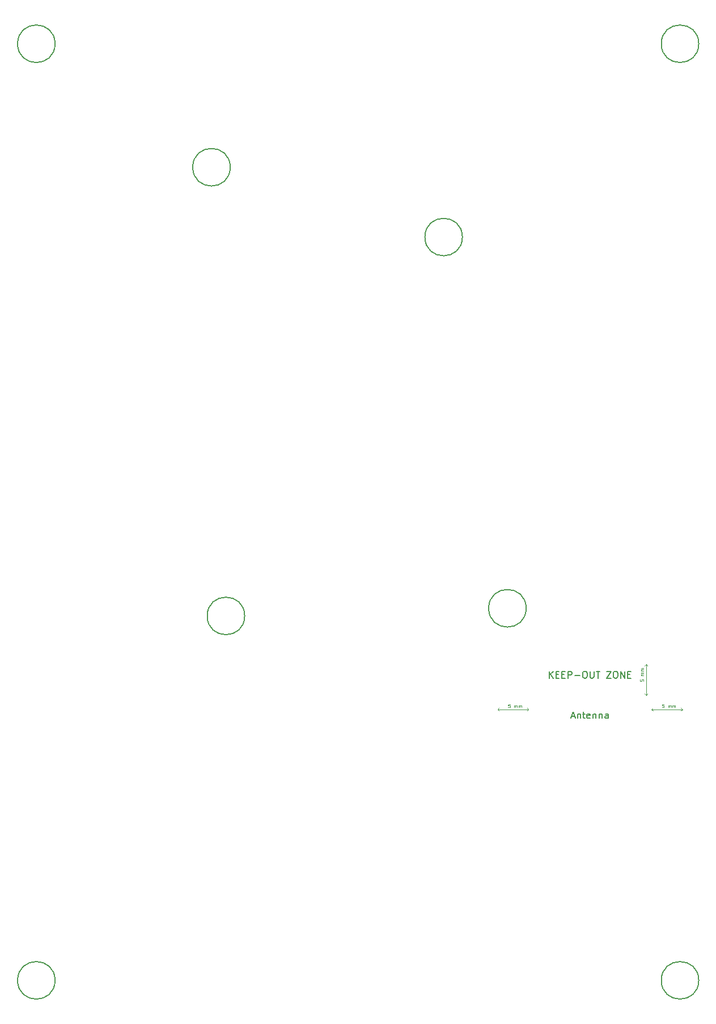
<source format=gbr>
%TF.GenerationSoftware,KiCad,Pcbnew,(6.0.5)*%
%TF.CreationDate,2022-06-13T13:10:07+01:00*%
%TF.ProjectId,heating-controller-esp32,68656174-696e-4672-9d63-6f6e74726f6c,rev?*%
%TF.SameCoordinates,Original*%
%TF.FileFunction,Other,Comment*%
%FSLAX46Y46*%
G04 Gerber Fmt 4.6, Leading zero omitted, Abs format (unit mm)*
G04 Created by KiCad (PCBNEW (6.0.5)) date 2022-06-13 13:10:07*
%MOMM*%
%LPD*%
G01*
G04 APERTURE LIST*
%ADD10C,0.100000*%
%ADD11C,0.150000*%
G04 APERTURE END LIST*
D10*
%TO.C,U1*%
X107200904Y-130258190D02*
X106962809Y-130258190D01*
X106939000Y-130496285D01*
X106962809Y-130472476D01*
X107010428Y-130448666D01*
X107129476Y-130448666D01*
X107177095Y-130472476D01*
X107200904Y-130496285D01*
X107224714Y-130543904D01*
X107224714Y-130662952D01*
X107200904Y-130710571D01*
X107177095Y-130734380D01*
X107129476Y-130758190D01*
X107010428Y-130758190D01*
X106962809Y-130734380D01*
X106939000Y-130710571D01*
X107819952Y-130758190D02*
X107819952Y-130424857D01*
X107819952Y-130472476D02*
X107843761Y-130448666D01*
X107891380Y-130424857D01*
X107962809Y-130424857D01*
X108010428Y-130448666D01*
X108034238Y-130496285D01*
X108034238Y-130758190D01*
X108034238Y-130496285D02*
X108058047Y-130448666D01*
X108105666Y-130424857D01*
X108177095Y-130424857D01*
X108224714Y-130448666D01*
X108248523Y-130496285D01*
X108248523Y-130758190D01*
X108486619Y-130758190D02*
X108486619Y-130424857D01*
X108486619Y-130472476D02*
X108510428Y-130448666D01*
X108558047Y-130424857D01*
X108629476Y-130424857D01*
X108677095Y-130448666D01*
X108700904Y-130496285D01*
X108700904Y-130758190D01*
X108700904Y-130496285D02*
X108724714Y-130448666D01*
X108772333Y-130424857D01*
X108843761Y-130424857D01*
X108891380Y-130448666D01*
X108915190Y-130496285D01*
X108915190Y-130758190D01*
X103665190Y-126570095D02*
X103665190Y-126808190D01*
X103903285Y-126832000D01*
X103879476Y-126808190D01*
X103855666Y-126760571D01*
X103855666Y-126641523D01*
X103879476Y-126593904D01*
X103903285Y-126570095D01*
X103950904Y-126546285D01*
X104069952Y-126546285D01*
X104117571Y-126570095D01*
X104141380Y-126593904D01*
X104165190Y-126641523D01*
X104165190Y-126760571D01*
X104141380Y-126808190D01*
X104117571Y-126832000D01*
X104165190Y-125951047D02*
X103831857Y-125951047D01*
X103879476Y-125951047D02*
X103855666Y-125927238D01*
X103831857Y-125879619D01*
X103831857Y-125808190D01*
X103855666Y-125760571D01*
X103903285Y-125736761D01*
X104165190Y-125736761D01*
X103903285Y-125736761D02*
X103855666Y-125712952D01*
X103831857Y-125665333D01*
X103831857Y-125593904D01*
X103855666Y-125546285D01*
X103903285Y-125522476D01*
X104165190Y-125522476D01*
X104165190Y-125284380D02*
X103831857Y-125284380D01*
X103879476Y-125284380D02*
X103855666Y-125260571D01*
X103831857Y-125212952D01*
X103831857Y-125141523D01*
X103855666Y-125093904D01*
X103903285Y-125070095D01*
X104165190Y-125070095D01*
X103903285Y-125070095D02*
X103855666Y-125046285D01*
X103831857Y-124998666D01*
X103831857Y-124927238D01*
X103855666Y-124879619D01*
X103903285Y-124855809D01*
X104165190Y-124855809D01*
D11*
X90067571Y-126359380D02*
X90067571Y-125359380D01*
X90639000Y-126359380D02*
X90210428Y-125787952D01*
X90639000Y-125359380D02*
X90067571Y-125930809D01*
X91067571Y-125835571D02*
X91400904Y-125835571D01*
X91543761Y-126359380D02*
X91067571Y-126359380D01*
X91067571Y-125359380D01*
X91543761Y-125359380D01*
X91972333Y-125835571D02*
X92305666Y-125835571D01*
X92448523Y-126359380D02*
X91972333Y-126359380D01*
X91972333Y-125359380D01*
X92448523Y-125359380D01*
X92877095Y-126359380D02*
X92877095Y-125359380D01*
X93258047Y-125359380D01*
X93353285Y-125407000D01*
X93400904Y-125454619D01*
X93448523Y-125549857D01*
X93448523Y-125692714D01*
X93400904Y-125787952D01*
X93353285Y-125835571D01*
X93258047Y-125883190D01*
X92877095Y-125883190D01*
X93877095Y-125978428D02*
X94639000Y-125978428D01*
X95305666Y-125359380D02*
X95496142Y-125359380D01*
X95591380Y-125407000D01*
X95686619Y-125502238D01*
X95734238Y-125692714D01*
X95734238Y-126026047D01*
X95686619Y-126216523D01*
X95591380Y-126311761D01*
X95496142Y-126359380D01*
X95305666Y-126359380D01*
X95210428Y-126311761D01*
X95115190Y-126216523D01*
X95067571Y-126026047D01*
X95067571Y-125692714D01*
X95115190Y-125502238D01*
X95210428Y-125407000D01*
X95305666Y-125359380D01*
X96162809Y-125359380D02*
X96162809Y-126168904D01*
X96210428Y-126264142D01*
X96258047Y-126311761D01*
X96353285Y-126359380D01*
X96543761Y-126359380D01*
X96639000Y-126311761D01*
X96686619Y-126264142D01*
X96734238Y-126168904D01*
X96734238Y-125359380D01*
X97067571Y-125359380D02*
X97639000Y-125359380D01*
X97353285Y-126359380D02*
X97353285Y-125359380D01*
X98639000Y-125359380D02*
X99305666Y-125359380D01*
X98639000Y-126359380D01*
X99305666Y-126359380D01*
X99877095Y-125359380D02*
X100067571Y-125359380D01*
X100162809Y-125407000D01*
X100258047Y-125502238D01*
X100305666Y-125692714D01*
X100305666Y-126026047D01*
X100258047Y-126216523D01*
X100162809Y-126311761D01*
X100067571Y-126359380D01*
X99877095Y-126359380D01*
X99781857Y-126311761D01*
X99686619Y-126216523D01*
X99639000Y-126026047D01*
X99639000Y-125692714D01*
X99686619Y-125502238D01*
X99781857Y-125407000D01*
X99877095Y-125359380D01*
X100734238Y-126359380D02*
X100734238Y-125359380D01*
X101305666Y-126359380D01*
X101305666Y-125359380D01*
X101781857Y-125835571D02*
X102115190Y-125835571D01*
X102258047Y-126359380D02*
X101781857Y-126359380D01*
X101781857Y-125359380D01*
X102258047Y-125359380D01*
X93377095Y-132073666D02*
X93853285Y-132073666D01*
X93281857Y-132359380D02*
X93615190Y-131359380D01*
X93948523Y-132359380D01*
X94281857Y-131692714D02*
X94281857Y-132359380D01*
X94281857Y-131787952D02*
X94329476Y-131740333D01*
X94424714Y-131692714D01*
X94567571Y-131692714D01*
X94662809Y-131740333D01*
X94710428Y-131835571D01*
X94710428Y-132359380D01*
X95043761Y-131692714D02*
X95424714Y-131692714D01*
X95186619Y-131359380D02*
X95186619Y-132216523D01*
X95234238Y-132311761D01*
X95329476Y-132359380D01*
X95424714Y-132359380D01*
X96139000Y-132311761D02*
X96043761Y-132359380D01*
X95853285Y-132359380D01*
X95758047Y-132311761D01*
X95710428Y-132216523D01*
X95710428Y-131835571D01*
X95758047Y-131740333D01*
X95853285Y-131692714D01*
X96043761Y-131692714D01*
X96139000Y-131740333D01*
X96186619Y-131835571D01*
X96186619Y-131930809D01*
X95710428Y-132026047D01*
X96615190Y-131692714D02*
X96615190Y-132359380D01*
X96615190Y-131787952D02*
X96662809Y-131740333D01*
X96758047Y-131692714D01*
X96900904Y-131692714D01*
X96996142Y-131740333D01*
X97043761Y-131835571D01*
X97043761Y-132359380D01*
X97519952Y-131692714D02*
X97519952Y-132359380D01*
X97519952Y-131787952D02*
X97567571Y-131740333D01*
X97662809Y-131692714D01*
X97805666Y-131692714D01*
X97900904Y-131740333D01*
X97948523Y-131835571D01*
X97948523Y-132359380D01*
X98853285Y-132359380D02*
X98853285Y-131835571D01*
X98805666Y-131740333D01*
X98710428Y-131692714D01*
X98519952Y-131692714D01*
X98424714Y-131740333D01*
X98853285Y-132311761D02*
X98758047Y-132359380D01*
X98519952Y-132359380D01*
X98424714Y-132311761D01*
X98377095Y-132216523D01*
X98377095Y-132121285D01*
X98424714Y-132026047D01*
X98519952Y-131978428D01*
X98758047Y-131978428D01*
X98853285Y-131930809D01*
D10*
X84200904Y-130258190D02*
X83962809Y-130258190D01*
X83939000Y-130496285D01*
X83962809Y-130472476D01*
X84010428Y-130448666D01*
X84129476Y-130448666D01*
X84177095Y-130472476D01*
X84200904Y-130496285D01*
X84224714Y-130543904D01*
X84224714Y-130662952D01*
X84200904Y-130710571D01*
X84177095Y-130734380D01*
X84129476Y-130758190D01*
X84010428Y-130758190D01*
X83962809Y-130734380D01*
X83939000Y-130710571D01*
X84819952Y-130758190D02*
X84819952Y-130424857D01*
X84819952Y-130472476D02*
X84843761Y-130448666D01*
X84891380Y-130424857D01*
X84962809Y-130424857D01*
X85010428Y-130448666D01*
X85034238Y-130496285D01*
X85034238Y-130758190D01*
X85034238Y-130496285D02*
X85058047Y-130448666D01*
X85105666Y-130424857D01*
X85177095Y-130424857D01*
X85224714Y-130448666D01*
X85248523Y-130496285D01*
X85248523Y-130758190D01*
X85486619Y-130758190D02*
X85486619Y-130424857D01*
X85486619Y-130472476D02*
X85510428Y-130448666D01*
X85558047Y-130424857D01*
X85629476Y-130424857D01*
X85677095Y-130448666D01*
X85700904Y-130496285D01*
X85700904Y-130758190D01*
X85700904Y-130496285D02*
X85724714Y-130448666D01*
X85772333Y-130424857D01*
X85843761Y-130424857D01*
X85891380Y-130448666D01*
X85915190Y-130496285D01*
X85915190Y-130758190D01*
D11*
%TO.C,H8*%
X77095000Y-60579000D02*
G75*
G03*
X77095000Y-60579000I-2800000J0D01*
G01*
%TO.C,H7*%
X44583000Y-117094000D02*
G75*
G03*
X44583000Y-117094000I-2800000J0D01*
G01*
%TO.C,H6*%
X86620000Y-115951000D02*
G75*
G03*
X86620000Y-115951000I-2800000J0D01*
G01*
%TO.C,H5*%
X42424000Y-50165000D02*
G75*
G03*
X42424000Y-50165000I-2800000J0D01*
G01*
%TO.C,H4*%
X112401000Y-31750000D02*
G75*
G03*
X112401000Y-31750000I-2800000J0D01*
G01*
%TO.C,H3*%
X112401000Y-171450000D02*
G75*
G03*
X112401000Y-171450000I-2800000J0D01*
G01*
%TO.C,H2*%
X16262000Y-171450000D02*
G75*
G03*
X16262000Y-171450000I-2800000J0D01*
G01*
%TO.C,H1*%
X16262000Y-31750000D02*
G75*
G03*
X16262000Y-31750000I-2800000J0D01*
G01*
D10*
%TO.C,U1*%
X82339000Y-131032000D02*
X82539000Y-131232000D01*
X82339000Y-131032000D02*
X86939000Y-131032000D01*
X104539000Y-124307000D02*
X104739000Y-124507000D01*
X104539000Y-128907000D02*
X104739000Y-128707000D01*
X82339000Y-131032000D02*
X82539000Y-130832000D01*
X109939000Y-131032000D02*
X109739000Y-130832000D01*
X105339000Y-131032000D02*
X105539000Y-130832000D01*
X86939000Y-131032000D02*
X86739000Y-131232000D01*
X105339000Y-131032000D02*
X105539000Y-131232000D01*
X109939000Y-131032000D02*
X109739000Y-131232000D01*
X104539000Y-128907000D02*
X104539000Y-124307000D01*
X104539000Y-124307000D02*
X104339000Y-124507000D01*
X105339000Y-131032000D02*
X109939000Y-131032000D01*
X104539000Y-128907000D02*
X104339000Y-128707000D01*
X86939000Y-131032000D02*
X86739000Y-130832000D01*
%TD*%
M02*

</source>
